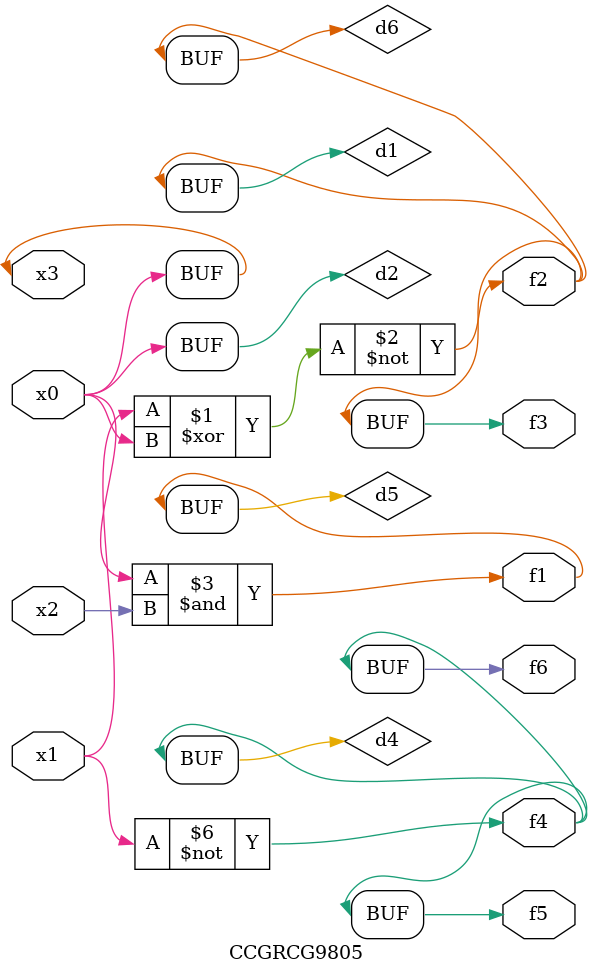
<source format=v>
module CCGRCG9805(
	input x0, x1, x2, x3,
	output f1, f2, f3, f4, f5, f6
);

	wire d1, d2, d3, d4, d5, d6;

	xnor (d1, x1, x3);
	buf (d2, x0, x3);
	nand (d3, x0, x2);
	not (d4, x1);
	nand (d5, d3);
	or (d6, d1);
	assign f1 = d5;
	assign f2 = d6;
	assign f3 = d6;
	assign f4 = d4;
	assign f5 = d4;
	assign f6 = d4;
endmodule

</source>
